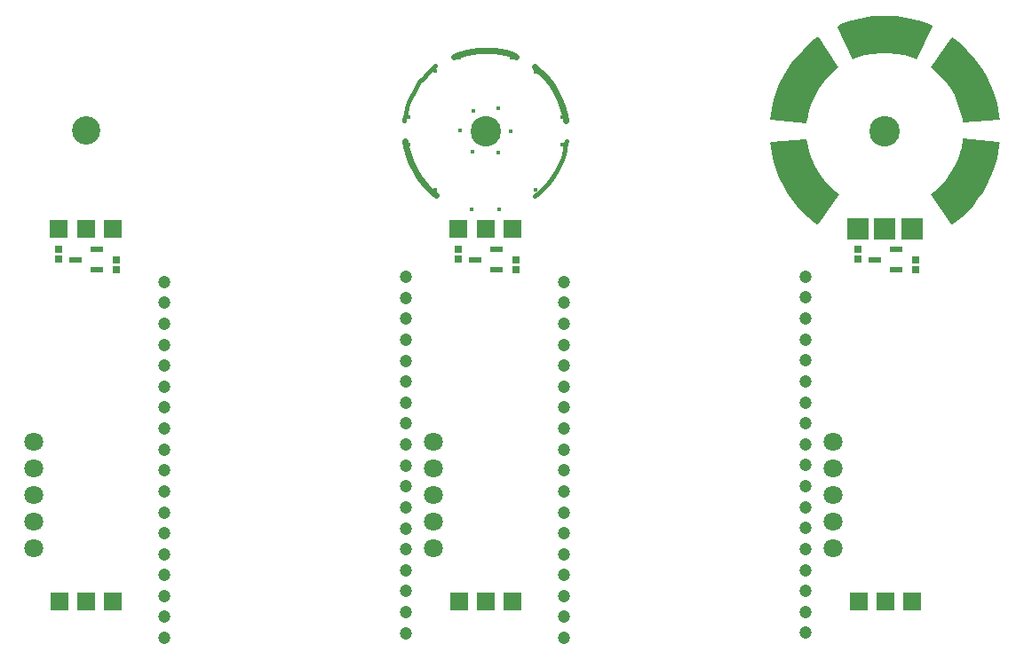
<source format=gbs>
%FSTAX23Y23*%
%MOIN*%
%SFA1B1*%

%IPPOS*%
%ADD20R,0.025591X0.027559*%
%ADD22R,0.029134X0.030709*%
%ADD34C,0.106299*%
%ADD35R,0.070866X0.070866*%
%ADD39C,0.070866*%
%ADD42R,0.051181X0.023622*%
%ADD43C,0.015748*%
%ADD51C,0.023622*%
%ADD54C,0.114299*%
%ADD55R,0.078866X0.078866*%
%ADD56C,0.015905*%
%ADD57C,0.047370*%
%ADD58C,0.019842*%
%LNpcb4-1*%
%LPD*%
G36*
X0696Y06602D02*
X06991Y066D01*
X07022Y06596*
X07052Y06589*
X07082Y0658*
X07111Y0657*
X07122Y06565*
X07123Y0656*
X07064Y06439*
X07049Y06445*
X0702Y06454*
X0699Y06459*
X06959Y06462*
X06928Y06462*
X06897Y06459*
X06867Y06453*
X06838Y06444*
X06823Y06438*
X06766Y06559*
X06769Y06565*
X06778Y0657*
X06807Y0658*
X06837Y06589*
X06867Y06596*
X06898Y066*
X06929Y06602*
X0696*
G37*
G36*
X07208Y06514D02*
X07232Y06494D01*
X07254Y06472*
X07275Y06449*
X07294Y06425*
X07312Y06399*
X07327Y06373*
X07341Y06345*
X07352Y06316*
X07362Y06286*
X07369Y06256*
X07374Y06225*
X07375Y06214*
X07372Y0621*
X07238Y06201*
X07235Y06216*
X07228Y06246*
X07218Y06275*
X07205Y06303*
X0719Y0633*
X07172Y06355*
X07151Y06378*
X07129Y06399*
X07117Y06409*
X07192Y06518*
X07199Y0652*
X07208Y06514*
G37*
G36*
X06696Y0652D02*
X0677Y06408D01*
Y06408*
X06758Y06398*
X06736Y06377*
X06716Y06354*
X06698Y06328*
X06683Y06302*
X0667Y06274*
X0666Y06244*
X06653Y06214*
X06651Y06199*
X06518Y0621*
X06514Y06215*
X06515Y06225*
X0652Y06256*
X06527Y06286*
X06537Y06316*
X06548Y06345*
X06562Y06373*
X06577Y06399*
X06594Y06425*
X06614Y06449*
X06635Y06472*
X06657Y06494*
X06681Y06514*
X06691Y0652*
X06696Y0652*
G37*
G36*
X06651Y06138D02*
X06653Y06123D01*
X06661Y06093*
X06671Y06063*
X06683Y06035*
X06699Y06009*
X06717Y05984*
X06737Y05961*
X0676Y0594*
X06772Y0593*
X06696Y0582*
X0669Y05819*
X06681Y05825*
X06657Y05845*
X06635Y05866*
X06614Y05889*
X06594Y05914*
X06577Y05939*
X06562Y05966*
X06548Y05994*
X06537Y06023*
X06527Y06053*
X0652Y06083*
X06515Y06113*
X06514Y06125*
X06517Y06129*
X06651Y06138*
G37*
G36*
X07371Y06129D02*
X07375Y06124D01*
X07374Y06113*
X07369Y06083*
X07362Y06053*
X07352Y06023*
X07341Y05994*
X07327Y05966*
X07312Y05939*
X07294Y05914*
X07275Y05889*
X07254Y05866*
X07232Y05845*
X07208Y05825*
X07198Y05818*
X07193Y05819*
X07118Y05931*
X0713Y05941*
X07153Y05962*
X07173Y05985*
X07191Y0601*
X07206Y06037*
X07219Y06065*
X07229Y06095*
X07235Y06125*
X07238Y0614*
X07371Y06129*
G37*
G54D20*
X04059Y05648D03*
Y05685D03*
X05559Y05648D03*
Y05685D03*
X07059Y05648D03*
Y05685D03*
G54D22*
X03843Y05725D03*
Y05687D03*
X05343Y05725D03*
Y05687D03*
X06843Y05725D03*
Y05687D03*
G54D34*
X03945Y0617D03*
X05445D03*
X06945D03*
G54D35*
X03843Y058D03*
X03945D03*
X04046D03*
X04045Y04401D03*
X03945D03*
X03845D03*
X05343Y058D03*
X05445D03*
X05546D03*
X05545Y04401D03*
X05445D03*
X05345D03*
X06843Y058D03*
X06945D03*
X07046D03*
X07045Y04401D03*
X06945D03*
X06845D03*
G54D39*
X0375Y04801D03*
Y04901D03*
Y05001D03*
Y04701D03*
Y04601D03*
X0525Y04801D03*
Y04901D03*
Y05001D03*
Y04701D03*
Y04601D03*
X0675Y04801D03*
Y04901D03*
Y05001D03*
Y04701D03*
Y04601D03*
G54D42*
X03988Y05724D03*
Y05649D03*
X03906Y05686D03*
X05488Y05724D03*
Y05649D03*
X05406Y05686D03*
X06988Y05724D03*
Y05649D03*
X06906Y05686D03*
G54D43*
X05258Y06413D02*
D01*
X05242Y064*
X05226Y06385*
X05212Y06369*
X05198Y06353*
X05186Y06335*
X05175Y06316*
X05166Y06297*
X05157Y06278*
X0515Y06257*
X05145Y06236*
X05141Y06215*
X0514Y06209*
X05631Y05925D02*
D01*
X05648Y05939*
X05663Y05954*
X05678Y05969*
X05691Y05986*
X05703Y06004*
X05714Y06022*
X05724Y06041*
X05732Y06061*
X05739Y06081*
X05744Y06102*
X05748Y06123*
X05749Y0613*
G54D51*
X05561Y06449D02*
D01*
X05542Y06457*
X05521Y06463*
X05501Y06467*
X0548Y0647*
X05459Y06472*
X05437Y06472*
X05416Y06471*
X05395Y06468*
X05375Y06464*
X05354Y06459*
X05334Y06452*
X05328Y06449*
X05745Y06208D02*
D01*
X05742Y06229*
X05737Y0625*
X05731Y0627*
X05723Y06289*
X05714Y06309*
X05704Y06327*
X05692Y06345*
X05679Y06362*
X05665Y06377*
X0565Y06392*
X05634Y06406*
X05629Y0641*
X05144Y0613D02*
D01*
X05147Y0611*
X05152Y06089*
X05159Y06069*
X05166Y06049*
X05175Y0603*
X05186Y06011*
X05197Y05994*
X0521Y05977*
X05224Y05961*
X05239Y05946*
X05255Y05932*
X0526Y05929*
G54D54*
X06944Y06169D03*
X05445Y06169D03*
G54D55*
X07046Y058D03*
X06944D03*
X06843D03*
G54D56*
X05156Y06221D03*
Y06117D03*
X05255Y05949D03*
X05497Y05873D03*
X05393D03*
X05634Y05947D03*
X05732Y06118D03*
Y06221D03*
X05634Y06391D03*
X05544Y06445D03*
X05346Y06445D03*
X05255Y06393D03*
X05399Y06246D03*
X05351Y06171D03*
X05398Y06091D03*
X05493Y06087D03*
X0554Y06168D03*
X05493Y06254D03*
G54D57*
X05148Y05621D03*
Y04282D03*
Y04361D03*
Y0444D03*
Y04519D03*
Y04597D03*
Y04676D03*
Y04755D03*
Y04834D03*
Y04912D03*
Y04991D03*
Y0507D03*
Y05149D03*
Y05227D03*
Y05306D03*
Y05385D03*
Y05464D03*
Y05542D03*
Y05621D03*
X06648Y05621D03*
Y04283D03*
Y04362D03*
Y0444D03*
Y04519D03*
Y04598D03*
Y04677D03*
Y04755D03*
Y04834D03*
Y04913D03*
Y04992D03*
Y0507D03*
Y05149D03*
Y05228D03*
Y05307D03*
Y05385D03*
Y05464D03*
Y05543D03*
Y05621D03*
X05741Y04264D03*
Y05602D03*
Y05524D03*
Y05445D03*
Y05366D03*
Y05287D03*
Y05209D03*
Y0513D03*
Y05051D03*
Y04972D03*
Y04894D03*
Y04815D03*
Y04736D03*
Y04657D03*
Y04579D03*
Y045D03*
Y04421D03*
Y04343D03*
Y04264D03*
X0424D03*
Y04343D03*
Y04421D03*
Y045D03*
Y04579D03*
Y04657D03*
Y04736D03*
Y04815D03*
Y04894D03*
Y04972D03*
Y05051D03*
Y0513D03*
Y05209D03*
Y05287D03*
Y05366D03*
Y05445D03*
Y05524D03*
Y05602D03*
Y04264D03*
G54D58*
X07227Y06006D03*
X07248Y05994D03*
X07268Y05982D03*
X07289Y05971D03*
X0727Y05941D03*
X07251Y05955D03*
X07212Y05982D03*
X07231Y05968D03*
X07175Y05938D03*
X07192Y05922D03*
X07209Y05905D03*
X07226Y05888D03*
X072Y05865D03*
X07185Y05883D03*
X0717Y05901D03*
X07154Y05919D03*
X0714Y05936D03*
X0716Y05954D03*
X07194Y05995D03*
X07208Y06018D03*
X07178Y05974D03*
X07195Y05959D03*
X07213Y05944D03*
X07231Y05929D03*
X07249Y05914D03*
X07305Y06001D03*
X07283Y06011D03*
X07262Y06021D03*
X07241Y06031D03*
X0722Y06041D03*
X07231Y06066D03*
X07251Y06058D03*
X07274Y0605D03*
X07296Y06041D03*
X07318Y06033D03*
X06944Y06567D03*
Y06543D03*
Y0652D03*
Y06496D03*
X06944Y06474D03*
X07238Y06091D03*
X0726Y06085D03*
X07283Y06079D03*
X07306Y06073D03*
X07328Y06066D03*
X07336Y061D03*
X07313Y06104D03*
X07289Y06109D03*
X07266Y06113D03*
X07244Y06117D03*
X0684Y06455D03*
X06833Y06476D03*
X06825Y06499D03*
X06816Y06521D03*
X06808Y06543D03*
X06841Y06554D03*
X06848Y06531D03*
X06854Y06508D03*
X0686Y06485D03*
X06865Y06463D03*
X06875Y06561D03*
X06879Y06538D03*
X06884Y06514D03*
X06888Y06491D03*
X06891Y06469D03*
X06918Y06473D03*
X06916Y06495D03*
X06914Y06518D03*
X06912Y06542D03*
X0691Y06566D03*
X07013Y06561D03*
X07009Y06538D03*
X07005Y06514D03*
X07001Y06491D03*
X06997Y06469D03*
X06944Y06474D03*
X06971Y06473D03*
X07023Y06463D03*
X07048Y06456D03*
X07056Y06476D03*
X07064Y06499D03*
X07072Y06521D03*
X0708Y06543D03*
X07047Y06554D03*
X07041Y06531D03*
X07035Y06508D03*
X07029Y06485D03*
X06975Y06518D03*
X06973Y06495D03*
X06977Y06542D03*
X06979Y06566D03*
X06944Y06567D03*
Y06543D03*
Y0652D03*
Y06496D03*
X06645Y06222D03*
X06623Y06226D03*
X06599Y0623D03*
X06576Y06234D03*
X06553Y06238D03*
X0656Y06272D03*
X06583Y06266D03*
X06606Y0626D03*
X06629Y06254D03*
X0665Y06248D03*
X06571Y06305D03*
X06593Y06297D03*
X06615Y06289D03*
X06637Y06281D03*
X06658Y06273D03*
X06668Y06298D03*
X06648Y06308D03*
X06627Y06317D03*
X06605Y06327D03*
X06584Y06337D03*
X0664Y06425D03*
X06658Y0641D03*
X06676Y06395D03*
X06694Y06379D03*
X06711Y06365D03*
X06681Y06321D03*
X06695Y06344D03*
X06729Y06384D03*
X06748Y06402D03*
X06734Y0642D03*
X06719Y06438D03*
X06704Y06456D03*
X06689Y06474D03*
X06663Y06451D03*
X0668Y06434D03*
X06697Y06417D03*
X06713Y064D03*
X06657Y0637D03*
X06677Y06357D03*
X06638Y06384D03*
X06619Y06397D03*
X066Y06368D03*
X0662Y06356D03*
X06641Y06345D03*
X06661Y06333D03*
X0714Y06403D03*
X07154Y0642D03*
X0717Y06438D03*
X07185Y06456D03*
X072Y06474D03*
X07226Y06451D03*
X07209Y06434D03*
X07192Y06417D03*
X07175Y064D03*
X07159Y06385D03*
X07249Y06425D03*
X07231Y0641D03*
X07213Y06395D03*
X07195Y06379D03*
X07177Y06365D03*
X07194Y06344D03*
X07212Y06357D03*
X07231Y0637D03*
X07251Y06384D03*
X0727Y06397D03*
X07318Y06305D03*
X07296Y06297D03*
X07274Y06289D03*
X07251Y06281D03*
X0723Y06274D03*
X07208Y06322D03*
X0722Y06298D03*
X07238Y06249D03*
X07244Y06223D03*
X07266Y06226D03*
X07289Y0623D03*
X07313Y06234D03*
X07336Y06238D03*
X07328Y06272D03*
X07306Y06266D03*
X07283Y0626D03*
X0726Y06254D03*
X07262Y06317D03*
X07241Y06308D03*
X07283Y06327D03*
X07305Y06337D03*
X07289Y06368D03*
X07268Y06356D03*
X07248Y06345D03*
X07227Y06333D03*
X06749Y05936D03*
X06734Y05919D03*
X06719Y05901D03*
X06704Y05883D03*
X06689Y05865D03*
X06663Y05888D03*
X0668Y05905D03*
X06697Y05922D03*
X06713Y05938D03*
X06729Y05954D03*
X0664Y05914D03*
X06658Y05929D03*
X06676Y05944D03*
X06694Y05959D03*
X06711Y05974D03*
X06695Y05995D03*
X06677Y05982D03*
X06657Y05968D03*
X06638Y05955D03*
X06619Y05941D03*
X06571Y06033D03*
X06593Y06041D03*
X06615Y0605D03*
X06637Y06058D03*
X06658Y06065D03*
X06681Y06017D03*
X06669Y0604D03*
X0665Y0609D03*
X06645Y06116D03*
X06623Y06113D03*
X06599Y06109D03*
X06576Y06104D03*
X06553Y061D03*
X0656Y06066D03*
X06583Y06073D03*
X06606Y06079D03*
X06629Y06085D03*
X06627Y06021D03*
X06648Y06031D03*
X06605Y06011D03*
X06584Y06001D03*
X066Y05971D03*
X0662Y05982D03*
X06641Y05994D03*
X06661Y06006D03*
M02*
</source>
